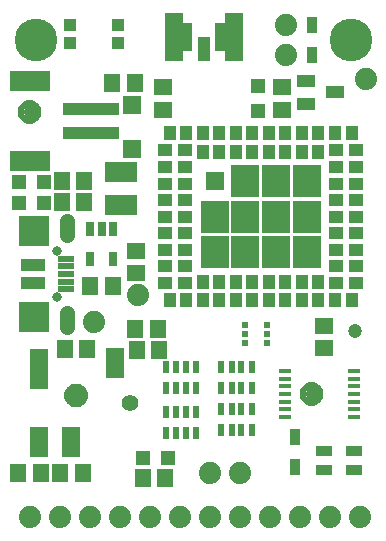
<source format=gbr>
G04 EAGLE Gerber RS-274X export*
G75*
%MOMM*%
%FSLAX34Y34*%
%LPD*%
%INSoldermask Top*%
%IPPOS*%
%AMOC8*
5,1,8,0,0,1.08239X$1,22.5*%
G01*
%ADD10R,1.201600X1.001600*%
%ADD11R,1.001600X1.201600*%
%ADD12R,1.601600X1.601600*%
%ADD13R,2.401600X2.801600*%
%ADD14R,0.651600X1.301600*%
%ADD15R,1.301600X1.301600*%
%ADD16R,1.401600X1.601600*%
%ADD17R,4.701600X1.101600*%
%ADD18R,3.501600X1.701600*%
%ADD19R,1.601600X1.401600*%
%ADD20C,0.801600*%
%ADD21R,2.601600X2.601600*%
%ADD22C,1.309600*%
%ADD23R,2.101600X1.101600*%
%ADD24R,1.450000X0.500000*%
%ADD25R,1.001600X1.101600*%
%ADD26R,1.501600X1.501600*%
%ADD27R,2.801600X1.701600*%
%ADD28R,0.601600X0.601600*%
%ADD29R,0.601600X0.501600*%
%ADD30C,3.617600*%
%ADD31C,1.879600*%
%ADD32R,0.551600X1.001600*%
%ADD33C,1.101600*%
%ADD34C,0.500000*%
%ADD35R,0.901600X1.451600*%
%ADD36R,1.501600X1.101600*%
%ADD37R,1.451600X0.901600*%
%ADD38C,1.201600*%
%ADD39R,1.000000X0.450000*%
%ADD40R,1.601600X2.601600*%
%ADD41R,1.601600X3.501600*%
%ADD42C,1.401600*%
%ADD43R,1.625600X4.165600*%
%ADD44R,1.117600X2.133600*%
%ADD45R,0.914400X2.336800*%


D10*
X134900Y325560D03*
X134900Y311560D03*
X134900Y297560D03*
X134900Y283560D03*
X134900Y269560D03*
X134900Y255560D03*
X134900Y241560D03*
X134900Y227560D03*
X134900Y213560D03*
D11*
X138900Y198560D03*
X152900Y198560D03*
X166900Y198560D03*
X180900Y198560D03*
X194900Y198560D03*
X208900Y198560D03*
X222900Y198560D03*
X236900Y198560D03*
X250900Y198560D03*
X264900Y198560D03*
X278900Y198560D03*
X292900Y198560D03*
D10*
X296900Y213560D03*
X296900Y227560D03*
X296900Y241560D03*
X296900Y255560D03*
X296900Y269560D03*
X296900Y283560D03*
X296900Y297560D03*
X296900Y311560D03*
X296900Y325560D03*
D11*
X292900Y340560D03*
X278900Y340560D03*
X264900Y340560D03*
X250900Y340560D03*
X236900Y340560D03*
X222900Y340560D03*
X208900Y340560D03*
X194900Y340560D03*
X180900Y340560D03*
X166900Y340560D03*
X152900Y340560D03*
X138900Y340560D03*
D10*
X152300Y325560D03*
X152300Y311560D03*
X152300Y297560D03*
X152300Y283560D03*
X152300Y269560D03*
X152300Y255560D03*
X152300Y241560D03*
X152300Y227560D03*
X152300Y213560D03*
D11*
X166900Y214560D03*
X180900Y214560D03*
X194900Y214560D03*
X208900Y214560D03*
X222900Y214560D03*
X236900Y214560D03*
X250900Y214560D03*
X264900Y214560D03*
D10*
X279500Y213560D03*
X279500Y227560D03*
X279500Y241560D03*
X279500Y255560D03*
X279500Y269560D03*
X279500Y283560D03*
X279500Y297560D03*
X279500Y311560D03*
X279500Y325560D03*
D11*
X264900Y324560D03*
X250900Y324560D03*
X236900Y324560D03*
X222900Y324560D03*
X208900Y324560D03*
X194900Y324560D03*
X180900Y324560D03*
X166900Y324560D03*
D12*
X176900Y299560D03*
D13*
X176900Y269560D03*
X176900Y239560D03*
X202900Y239560D03*
X228900Y239560D03*
X254900Y239560D03*
X254900Y269560D03*
X254900Y299560D03*
X228900Y299560D03*
X202900Y299560D03*
X202900Y269560D03*
X228900Y269560D03*
D14*
X90780Y259381D03*
X81280Y259381D03*
X71780Y259381D03*
X71780Y233379D03*
X90780Y233379D03*
D15*
X32100Y280780D03*
X11100Y280780D03*
X11150Y299260D03*
X32150Y299260D03*
D16*
X47650Y281940D03*
X66650Y281940D03*
X47810Y299720D03*
X66810Y299720D03*
D17*
X72560Y340520D03*
X72560Y360520D03*
D18*
X20560Y316520D03*
X20560Y384520D03*
D16*
X71780Y210820D03*
X90780Y210820D03*
D19*
X110490Y221640D03*
X110490Y240640D03*
D20*
X43180Y240480D03*
X43180Y201480D03*
D21*
X24180Y184980D03*
X24180Y256980D03*
D22*
X52180Y253980D02*
X52180Y266060D01*
X52180Y187980D02*
X52180Y175900D01*
D23*
X23180Y228480D03*
X23180Y213480D03*
D24*
X50930Y233980D03*
X50930Y227480D03*
X50930Y220980D03*
X50930Y214480D03*
X50930Y207980D03*
D25*
X95430Y432180D03*
X95430Y416180D03*
X54430Y416180D03*
X54430Y432180D03*
D26*
X106680Y363940D03*
X106680Y326940D03*
D19*
X133200Y359910D03*
X133200Y378910D03*
D16*
X90360Y383060D03*
X109360Y383060D03*
D27*
X97790Y307370D03*
X97790Y279370D03*
D28*
X221090Y162680D03*
D29*
X221090Y170180D03*
D28*
X221090Y177680D03*
X203090Y177680D03*
D29*
X203090Y170180D03*
D28*
X203090Y162680D03*
D19*
X269240Y177140D03*
X269240Y158140D03*
D15*
X137500Y64770D03*
X116500Y64770D03*
X213360Y380070D03*
X213360Y359070D03*
D16*
X116230Y48260D03*
X135230Y48260D03*
D19*
X233680Y360070D03*
X233680Y379070D03*
D30*
X292100Y419100D03*
X25400Y419100D03*
D31*
X111760Y203200D03*
X304800Y386080D03*
D32*
X182580Y106290D03*
X182580Y89290D03*
X191580Y106290D03*
X199580Y106290D03*
X208580Y106290D03*
X208580Y89290D03*
X191580Y89290D03*
X199580Y89290D03*
X208580Y124850D03*
X208580Y141850D03*
X199580Y124850D03*
X191580Y124850D03*
X182580Y124850D03*
X182580Y141850D03*
X199580Y141850D03*
X191580Y141850D03*
X135590Y141850D03*
X135590Y124850D03*
X144590Y141850D03*
X152590Y141850D03*
X161590Y141850D03*
X161590Y124850D03*
X144590Y124850D03*
X152590Y124850D03*
X135590Y103750D03*
X135590Y86750D03*
X144590Y103750D03*
X152590Y103750D03*
X161590Y103750D03*
X161590Y86750D03*
X144590Y86750D03*
X152590Y86750D03*
D31*
X172720Y52070D03*
X198120Y52070D03*
D33*
X59690Y118110D03*
D34*
X59690Y125610D02*
X59509Y125608D01*
X59328Y125601D01*
X59147Y125590D01*
X58966Y125575D01*
X58786Y125555D01*
X58606Y125531D01*
X58427Y125503D01*
X58249Y125470D01*
X58072Y125433D01*
X57895Y125392D01*
X57720Y125347D01*
X57545Y125297D01*
X57372Y125243D01*
X57201Y125185D01*
X57030Y125123D01*
X56862Y125056D01*
X56695Y124986D01*
X56529Y124912D01*
X56366Y124833D01*
X56205Y124751D01*
X56045Y124665D01*
X55888Y124575D01*
X55733Y124481D01*
X55580Y124384D01*
X55430Y124282D01*
X55282Y124178D01*
X55136Y124069D01*
X54994Y123958D01*
X54854Y123842D01*
X54717Y123724D01*
X54582Y123602D01*
X54451Y123477D01*
X54323Y123349D01*
X54198Y123218D01*
X54076Y123083D01*
X53958Y122946D01*
X53842Y122806D01*
X53731Y122664D01*
X53622Y122518D01*
X53518Y122370D01*
X53416Y122220D01*
X53319Y122067D01*
X53225Y121912D01*
X53135Y121755D01*
X53049Y121595D01*
X52967Y121434D01*
X52888Y121271D01*
X52814Y121105D01*
X52744Y120938D01*
X52677Y120770D01*
X52615Y120599D01*
X52557Y120428D01*
X52503Y120255D01*
X52453Y120080D01*
X52408Y119905D01*
X52367Y119728D01*
X52330Y119551D01*
X52297Y119373D01*
X52269Y119194D01*
X52245Y119014D01*
X52225Y118834D01*
X52210Y118653D01*
X52199Y118472D01*
X52192Y118291D01*
X52190Y118110D01*
X59690Y125610D02*
X59871Y125608D01*
X60052Y125601D01*
X60233Y125590D01*
X60414Y125575D01*
X60594Y125555D01*
X60774Y125531D01*
X60953Y125503D01*
X61131Y125470D01*
X61308Y125433D01*
X61485Y125392D01*
X61660Y125347D01*
X61835Y125297D01*
X62008Y125243D01*
X62179Y125185D01*
X62350Y125123D01*
X62518Y125056D01*
X62685Y124986D01*
X62851Y124912D01*
X63014Y124833D01*
X63175Y124751D01*
X63335Y124665D01*
X63492Y124575D01*
X63647Y124481D01*
X63800Y124384D01*
X63950Y124282D01*
X64098Y124178D01*
X64244Y124069D01*
X64386Y123958D01*
X64526Y123842D01*
X64663Y123724D01*
X64798Y123602D01*
X64929Y123477D01*
X65057Y123349D01*
X65182Y123218D01*
X65304Y123083D01*
X65422Y122946D01*
X65538Y122806D01*
X65649Y122664D01*
X65758Y122518D01*
X65862Y122370D01*
X65964Y122220D01*
X66061Y122067D01*
X66155Y121912D01*
X66245Y121755D01*
X66331Y121595D01*
X66413Y121434D01*
X66492Y121271D01*
X66566Y121105D01*
X66636Y120938D01*
X66703Y120770D01*
X66765Y120599D01*
X66823Y120428D01*
X66877Y120255D01*
X66927Y120080D01*
X66972Y119905D01*
X67013Y119728D01*
X67050Y119551D01*
X67083Y119373D01*
X67111Y119194D01*
X67135Y119014D01*
X67155Y118834D01*
X67170Y118653D01*
X67181Y118472D01*
X67188Y118291D01*
X67190Y118110D01*
X67188Y117929D01*
X67181Y117748D01*
X67170Y117567D01*
X67155Y117386D01*
X67135Y117206D01*
X67111Y117026D01*
X67083Y116847D01*
X67050Y116669D01*
X67013Y116492D01*
X66972Y116315D01*
X66927Y116140D01*
X66877Y115965D01*
X66823Y115792D01*
X66765Y115621D01*
X66703Y115450D01*
X66636Y115282D01*
X66566Y115115D01*
X66492Y114949D01*
X66413Y114786D01*
X66331Y114625D01*
X66245Y114465D01*
X66155Y114308D01*
X66061Y114153D01*
X65964Y114000D01*
X65862Y113850D01*
X65758Y113702D01*
X65649Y113556D01*
X65538Y113414D01*
X65422Y113274D01*
X65304Y113137D01*
X65182Y113002D01*
X65057Y112871D01*
X64929Y112743D01*
X64798Y112618D01*
X64663Y112496D01*
X64526Y112378D01*
X64386Y112262D01*
X64244Y112151D01*
X64098Y112042D01*
X63950Y111938D01*
X63800Y111836D01*
X63647Y111739D01*
X63492Y111645D01*
X63335Y111555D01*
X63175Y111469D01*
X63014Y111387D01*
X62851Y111308D01*
X62685Y111234D01*
X62518Y111164D01*
X62350Y111097D01*
X62179Y111035D01*
X62008Y110977D01*
X61835Y110923D01*
X61660Y110873D01*
X61485Y110828D01*
X61308Y110787D01*
X61131Y110750D01*
X60953Y110717D01*
X60774Y110689D01*
X60594Y110665D01*
X60414Y110645D01*
X60233Y110630D01*
X60052Y110619D01*
X59871Y110612D01*
X59690Y110610D01*
X59509Y110612D01*
X59328Y110619D01*
X59147Y110630D01*
X58966Y110645D01*
X58786Y110665D01*
X58606Y110689D01*
X58427Y110717D01*
X58249Y110750D01*
X58072Y110787D01*
X57895Y110828D01*
X57720Y110873D01*
X57545Y110923D01*
X57372Y110977D01*
X57201Y111035D01*
X57030Y111097D01*
X56862Y111164D01*
X56695Y111234D01*
X56529Y111308D01*
X56366Y111387D01*
X56205Y111469D01*
X56045Y111555D01*
X55888Y111645D01*
X55733Y111739D01*
X55580Y111836D01*
X55430Y111938D01*
X55282Y112042D01*
X55136Y112151D01*
X54994Y112262D01*
X54854Y112378D01*
X54717Y112496D01*
X54582Y112618D01*
X54451Y112743D01*
X54323Y112871D01*
X54198Y113002D01*
X54076Y113137D01*
X53958Y113274D01*
X53842Y113414D01*
X53731Y113556D01*
X53622Y113702D01*
X53518Y113850D01*
X53416Y114000D01*
X53319Y114153D01*
X53225Y114308D01*
X53135Y114465D01*
X53049Y114625D01*
X52967Y114786D01*
X52888Y114949D01*
X52814Y115115D01*
X52744Y115282D01*
X52677Y115450D01*
X52615Y115621D01*
X52557Y115792D01*
X52503Y115965D01*
X52453Y116140D01*
X52408Y116315D01*
X52367Y116492D01*
X52330Y116669D01*
X52297Y116847D01*
X52269Y117026D01*
X52245Y117206D01*
X52225Y117386D01*
X52210Y117567D01*
X52199Y117748D01*
X52192Y117929D01*
X52190Y118110D01*
D33*
X20320Y358140D03*
D34*
X20320Y365640D02*
X20139Y365638D01*
X19958Y365631D01*
X19777Y365620D01*
X19596Y365605D01*
X19416Y365585D01*
X19236Y365561D01*
X19057Y365533D01*
X18879Y365500D01*
X18702Y365463D01*
X18525Y365422D01*
X18350Y365377D01*
X18175Y365327D01*
X18002Y365273D01*
X17831Y365215D01*
X17660Y365153D01*
X17492Y365086D01*
X17325Y365016D01*
X17159Y364942D01*
X16996Y364863D01*
X16835Y364781D01*
X16675Y364695D01*
X16518Y364605D01*
X16363Y364511D01*
X16210Y364414D01*
X16060Y364312D01*
X15912Y364208D01*
X15766Y364099D01*
X15624Y363988D01*
X15484Y363872D01*
X15347Y363754D01*
X15212Y363632D01*
X15081Y363507D01*
X14953Y363379D01*
X14828Y363248D01*
X14706Y363113D01*
X14588Y362976D01*
X14472Y362836D01*
X14361Y362694D01*
X14252Y362548D01*
X14148Y362400D01*
X14046Y362250D01*
X13949Y362097D01*
X13855Y361942D01*
X13765Y361785D01*
X13679Y361625D01*
X13597Y361464D01*
X13518Y361301D01*
X13444Y361135D01*
X13374Y360968D01*
X13307Y360800D01*
X13245Y360629D01*
X13187Y360458D01*
X13133Y360285D01*
X13083Y360110D01*
X13038Y359935D01*
X12997Y359758D01*
X12960Y359581D01*
X12927Y359403D01*
X12899Y359224D01*
X12875Y359044D01*
X12855Y358864D01*
X12840Y358683D01*
X12829Y358502D01*
X12822Y358321D01*
X12820Y358140D01*
X20320Y365640D02*
X20501Y365638D01*
X20682Y365631D01*
X20863Y365620D01*
X21044Y365605D01*
X21224Y365585D01*
X21404Y365561D01*
X21583Y365533D01*
X21761Y365500D01*
X21938Y365463D01*
X22115Y365422D01*
X22290Y365377D01*
X22465Y365327D01*
X22638Y365273D01*
X22809Y365215D01*
X22980Y365153D01*
X23148Y365086D01*
X23315Y365016D01*
X23481Y364942D01*
X23644Y364863D01*
X23805Y364781D01*
X23965Y364695D01*
X24122Y364605D01*
X24277Y364511D01*
X24430Y364414D01*
X24580Y364312D01*
X24728Y364208D01*
X24874Y364099D01*
X25016Y363988D01*
X25156Y363872D01*
X25293Y363754D01*
X25428Y363632D01*
X25559Y363507D01*
X25687Y363379D01*
X25812Y363248D01*
X25934Y363113D01*
X26052Y362976D01*
X26168Y362836D01*
X26279Y362694D01*
X26388Y362548D01*
X26492Y362400D01*
X26594Y362250D01*
X26691Y362097D01*
X26785Y361942D01*
X26875Y361785D01*
X26961Y361625D01*
X27043Y361464D01*
X27122Y361301D01*
X27196Y361135D01*
X27266Y360968D01*
X27333Y360800D01*
X27395Y360629D01*
X27453Y360458D01*
X27507Y360285D01*
X27557Y360110D01*
X27602Y359935D01*
X27643Y359758D01*
X27680Y359581D01*
X27713Y359403D01*
X27741Y359224D01*
X27765Y359044D01*
X27785Y358864D01*
X27800Y358683D01*
X27811Y358502D01*
X27818Y358321D01*
X27820Y358140D01*
X27818Y357959D01*
X27811Y357778D01*
X27800Y357597D01*
X27785Y357416D01*
X27765Y357236D01*
X27741Y357056D01*
X27713Y356877D01*
X27680Y356699D01*
X27643Y356522D01*
X27602Y356345D01*
X27557Y356170D01*
X27507Y355995D01*
X27453Y355822D01*
X27395Y355651D01*
X27333Y355480D01*
X27266Y355312D01*
X27196Y355145D01*
X27122Y354979D01*
X27043Y354816D01*
X26961Y354655D01*
X26875Y354495D01*
X26785Y354338D01*
X26691Y354183D01*
X26594Y354030D01*
X26492Y353880D01*
X26388Y353732D01*
X26279Y353586D01*
X26168Y353444D01*
X26052Y353304D01*
X25934Y353167D01*
X25812Y353032D01*
X25687Y352901D01*
X25559Y352773D01*
X25428Y352648D01*
X25293Y352526D01*
X25156Y352408D01*
X25016Y352292D01*
X24874Y352181D01*
X24728Y352072D01*
X24580Y351968D01*
X24430Y351866D01*
X24277Y351769D01*
X24122Y351675D01*
X23965Y351585D01*
X23805Y351499D01*
X23644Y351417D01*
X23481Y351338D01*
X23315Y351264D01*
X23148Y351194D01*
X22980Y351127D01*
X22809Y351065D01*
X22638Y351007D01*
X22465Y350953D01*
X22290Y350903D01*
X22115Y350858D01*
X21938Y350817D01*
X21761Y350780D01*
X21583Y350747D01*
X21404Y350719D01*
X21224Y350695D01*
X21044Y350675D01*
X20863Y350660D01*
X20682Y350649D01*
X20501Y350642D01*
X20320Y350640D01*
X20139Y350642D01*
X19958Y350649D01*
X19777Y350660D01*
X19596Y350675D01*
X19416Y350695D01*
X19236Y350719D01*
X19057Y350747D01*
X18879Y350780D01*
X18702Y350817D01*
X18525Y350858D01*
X18350Y350903D01*
X18175Y350953D01*
X18002Y351007D01*
X17831Y351065D01*
X17660Y351127D01*
X17492Y351194D01*
X17325Y351264D01*
X17159Y351338D01*
X16996Y351417D01*
X16835Y351499D01*
X16675Y351585D01*
X16518Y351675D01*
X16363Y351769D01*
X16210Y351866D01*
X16060Y351968D01*
X15912Y352072D01*
X15766Y352181D01*
X15624Y352292D01*
X15484Y352408D01*
X15347Y352526D01*
X15212Y352648D01*
X15081Y352773D01*
X14953Y352901D01*
X14828Y353032D01*
X14706Y353167D01*
X14588Y353304D01*
X14472Y353444D01*
X14361Y353586D01*
X14252Y353732D01*
X14148Y353880D01*
X14046Y354030D01*
X13949Y354183D01*
X13855Y354338D01*
X13765Y354495D01*
X13679Y354655D01*
X13597Y354816D01*
X13518Y354979D01*
X13444Y355145D01*
X13374Y355312D01*
X13307Y355480D01*
X13245Y355651D01*
X13187Y355822D01*
X13133Y355995D01*
X13083Y356170D01*
X13038Y356345D01*
X12997Y356522D01*
X12960Y356699D01*
X12927Y356877D01*
X12899Y357056D01*
X12875Y357236D01*
X12855Y357416D01*
X12840Y357597D01*
X12829Y357778D01*
X12822Y357959D01*
X12820Y358140D01*
D33*
X259080Y119380D03*
D34*
X259080Y126880D02*
X258899Y126878D01*
X258718Y126871D01*
X258537Y126860D01*
X258356Y126845D01*
X258176Y126825D01*
X257996Y126801D01*
X257817Y126773D01*
X257639Y126740D01*
X257462Y126703D01*
X257285Y126662D01*
X257110Y126617D01*
X256935Y126567D01*
X256762Y126513D01*
X256591Y126455D01*
X256420Y126393D01*
X256252Y126326D01*
X256085Y126256D01*
X255919Y126182D01*
X255756Y126103D01*
X255595Y126021D01*
X255435Y125935D01*
X255278Y125845D01*
X255123Y125751D01*
X254970Y125654D01*
X254820Y125552D01*
X254672Y125448D01*
X254526Y125339D01*
X254384Y125228D01*
X254244Y125112D01*
X254107Y124994D01*
X253972Y124872D01*
X253841Y124747D01*
X253713Y124619D01*
X253588Y124488D01*
X253466Y124353D01*
X253348Y124216D01*
X253232Y124076D01*
X253121Y123934D01*
X253012Y123788D01*
X252908Y123640D01*
X252806Y123490D01*
X252709Y123337D01*
X252615Y123182D01*
X252525Y123025D01*
X252439Y122865D01*
X252357Y122704D01*
X252278Y122541D01*
X252204Y122375D01*
X252134Y122208D01*
X252067Y122040D01*
X252005Y121869D01*
X251947Y121698D01*
X251893Y121525D01*
X251843Y121350D01*
X251798Y121175D01*
X251757Y120998D01*
X251720Y120821D01*
X251687Y120643D01*
X251659Y120464D01*
X251635Y120284D01*
X251615Y120104D01*
X251600Y119923D01*
X251589Y119742D01*
X251582Y119561D01*
X251580Y119380D01*
X259080Y126880D02*
X259261Y126878D01*
X259442Y126871D01*
X259623Y126860D01*
X259804Y126845D01*
X259984Y126825D01*
X260164Y126801D01*
X260343Y126773D01*
X260521Y126740D01*
X260698Y126703D01*
X260875Y126662D01*
X261050Y126617D01*
X261225Y126567D01*
X261398Y126513D01*
X261569Y126455D01*
X261740Y126393D01*
X261908Y126326D01*
X262075Y126256D01*
X262241Y126182D01*
X262404Y126103D01*
X262565Y126021D01*
X262725Y125935D01*
X262882Y125845D01*
X263037Y125751D01*
X263190Y125654D01*
X263340Y125552D01*
X263488Y125448D01*
X263634Y125339D01*
X263776Y125228D01*
X263916Y125112D01*
X264053Y124994D01*
X264188Y124872D01*
X264319Y124747D01*
X264447Y124619D01*
X264572Y124488D01*
X264694Y124353D01*
X264812Y124216D01*
X264928Y124076D01*
X265039Y123934D01*
X265148Y123788D01*
X265252Y123640D01*
X265354Y123490D01*
X265451Y123337D01*
X265545Y123182D01*
X265635Y123025D01*
X265721Y122865D01*
X265803Y122704D01*
X265882Y122541D01*
X265956Y122375D01*
X266026Y122208D01*
X266093Y122040D01*
X266155Y121869D01*
X266213Y121698D01*
X266267Y121525D01*
X266317Y121350D01*
X266362Y121175D01*
X266403Y120998D01*
X266440Y120821D01*
X266473Y120643D01*
X266501Y120464D01*
X266525Y120284D01*
X266545Y120104D01*
X266560Y119923D01*
X266571Y119742D01*
X266578Y119561D01*
X266580Y119380D01*
X266578Y119199D01*
X266571Y119018D01*
X266560Y118837D01*
X266545Y118656D01*
X266525Y118476D01*
X266501Y118296D01*
X266473Y118117D01*
X266440Y117939D01*
X266403Y117762D01*
X266362Y117585D01*
X266317Y117410D01*
X266267Y117235D01*
X266213Y117062D01*
X266155Y116891D01*
X266093Y116720D01*
X266026Y116552D01*
X265956Y116385D01*
X265882Y116219D01*
X265803Y116056D01*
X265721Y115895D01*
X265635Y115735D01*
X265545Y115578D01*
X265451Y115423D01*
X265354Y115270D01*
X265252Y115120D01*
X265148Y114972D01*
X265039Y114826D01*
X264928Y114684D01*
X264812Y114544D01*
X264694Y114407D01*
X264572Y114272D01*
X264447Y114141D01*
X264319Y114013D01*
X264188Y113888D01*
X264053Y113766D01*
X263916Y113648D01*
X263776Y113532D01*
X263634Y113421D01*
X263488Y113312D01*
X263340Y113208D01*
X263190Y113106D01*
X263037Y113009D01*
X262882Y112915D01*
X262725Y112825D01*
X262565Y112739D01*
X262404Y112657D01*
X262241Y112578D01*
X262075Y112504D01*
X261908Y112434D01*
X261740Y112367D01*
X261569Y112305D01*
X261398Y112247D01*
X261225Y112193D01*
X261050Y112143D01*
X260875Y112098D01*
X260698Y112057D01*
X260521Y112020D01*
X260343Y111987D01*
X260164Y111959D01*
X259984Y111935D01*
X259804Y111915D01*
X259623Y111900D01*
X259442Y111889D01*
X259261Y111882D01*
X259080Y111880D01*
X258899Y111882D01*
X258718Y111889D01*
X258537Y111900D01*
X258356Y111915D01*
X258176Y111935D01*
X257996Y111959D01*
X257817Y111987D01*
X257639Y112020D01*
X257462Y112057D01*
X257285Y112098D01*
X257110Y112143D01*
X256935Y112193D01*
X256762Y112247D01*
X256591Y112305D01*
X256420Y112367D01*
X256252Y112434D01*
X256085Y112504D01*
X255919Y112578D01*
X255756Y112657D01*
X255595Y112739D01*
X255435Y112825D01*
X255278Y112915D01*
X255123Y113009D01*
X254970Y113106D01*
X254820Y113208D01*
X254672Y113312D01*
X254526Y113421D01*
X254384Y113532D01*
X254244Y113648D01*
X254107Y113766D01*
X253972Y113888D01*
X253841Y114013D01*
X253713Y114141D01*
X253588Y114272D01*
X253466Y114407D01*
X253348Y114544D01*
X253232Y114684D01*
X253121Y114826D01*
X253012Y114972D01*
X252908Y115120D01*
X252806Y115270D01*
X252709Y115423D01*
X252615Y115578D01*
X252525Y115735D01*
X252439Y115895D01*
X252357Y116056D01*
X252278Y116219D01*
X252204Y116385D01*
X252134Y116552D01*
X252067Y116720D01*
X252005Y116891D01*
X251947Y117062D01*
X251893Y117235D01*
X251843Y117410D01*
X251798Y117585D01*
X251757Y117762D01*
X251720Y117939D01*
X251687Y118117D01*
X251659Y118296D01*
X251635Y118476D01*
X251615Y118656D01*
X251600Y118837D01*
X251589Y119018D01*
X251582Y119199D01*
X251580Y119380D01*
D31*
X299720Y15240D03*
X274320Y15240D03*
X248920Y15240D03*
X223520Y15240D03*
X198120Y15240D03*
X172720Y15240D03*
X147320Y15240D03*
X121920Y15240D03*
X96520Y15240D03*
X71120Y15240D03*
X45720Y15240D03*
X20320Y15240D03*
D35*
X259080Y431800D03*
X259080Y406400D03*
D31*
X237490Y406400D03*
X237490Y431800D03*
D36*
X278700Y374650D03*
X254700Y365150D03*
X254700Y384150D03*
D37*
X269240Y54610D03*
X294640Y54610D03*
D35*
X245110Y57150D03*
X245110Y82550D03*
D37*
X269240Y71120D03*
X294640Y71120D03*
D38*
X295910Y172720D03*
D39*
X236180Y138880D03*
X236180Y132380D03*
X236180Y125880D03*
X236180Y119380D03*
X236180Y112880D03*
X236180Y106380D03*
X236180Y99880D03*
X294680Y99880D03*
X294680Y106380D03*
X294680Y112880D03*
X294680Y119380D03*
X294680Y125880D03*
X294680Y132380D03*
X294680Y138880D03*
D40*
X28000Y78760D03*
X93000Y145760D03*
X55000Y78760D03*
D41*
X28000Y140760D03*
D42*
X105000Y111760D03*
D16*
X29820Y52070D03*
X10820Y52070D03*
X46380Y52070D03*
X65380Y52070D03*
X130150Y156210D03*
X111150Y156210D03*
X128880Y173990D03*
X109880Y173990D03*
D31*
X74930Y180340D03*
D16*
X50190Y157480D03*
X69190Y157480D03*
D43*
X193040Y421640D03*
X142240Y421640D03*
D44*
X167640Y411480D03*
D45*
X181594Y421386D03*
X153686Y421386D03*
M02*

</source>
